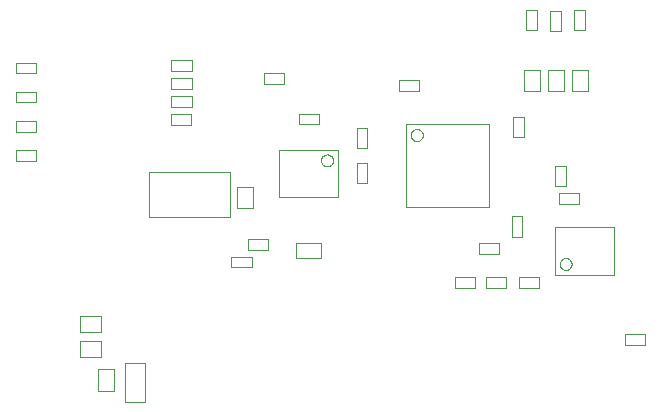
<source format=gbr>
%FSTAX23Y23*%
%MOIN*%
%SFA1B1*%

%IPPOS*%
%ADD72C,0.003937*%
%LNpcb1_mechanical_13-1*%
%LPD*%
G54D72*
X01965Y00588D02*
D01*
X01965Y0059*
X01965Y00591*
X01964Y00593*
X01964Y00594*
X01964Y00595*
X01963Y00596*
X01963Y00598*
X01962Y00599*
X01961Y006*
X0196Y00601*
X01959Y00602*
X01958Y00603*
X01957Y00604*
X01956Y00605*
X01955Y00606*
X01954Y00606*
X01953Y00607*
X01951Y00607*
X0195Y00608*
X01949Y00608*
X01947Y00608*
X01946Y00608*
X01945*
X01943Y00608*
X01942Y00608*
X0194Y00608*
X01939Y00607*
X01938Y00607*
X01937Y00606*
X01935Y00606*
X01934Y00605*
X01933Y00604*
X01932Y00603*
X01931Y00602*
X0193Y00601*
X01929Y006*
X01929Y00599*
X01928Y00598*
X01927Y00596*
X01927Y00595*
X01926Y00594*
X01926Y00593*
X01926Y00591*
X01926Y0059*
X01926Y00588*
X01926Y00587*
X01926Y00586*
X01926Y00584*
X01926Y00583*
X01927Y00582*
X01927Y0058*
X01928Y00579*
X01929Y00578*
X01929Y00577*
X0193Y00576*
X01931Y00575*
X01932Y00574*
X01933Y00573*
X01934Y00572*
X01935Y00571*
X01937Y00571*
X01938Y0057*
X01939Y0057*
X0194Y00569*
X01942Y00569*
X01943Y00569*
X01945Y00569*
X01946*
X01947Y00569*
X01949Y00569*
X0195Y00569*
X01951Y0057*
X01953Y0057*
X01954Y00571*
X01955Y00571*
X01956Y00572*
X01957Y00573*
X01958Y00574*
X01959Y00575*
X0196Y00576*
X01961Y00577*
X01962Y00578*
X01963Y00579*
X01963Y0058*
X01964Y00582*
X01964Y00583*
X01964Y00584*
X01965Y00586*
X01965Y00587*
X01965Y00588*
X01169Y00934D02*
D01*
X01169Y00935*
X01169Y00937*
X01169Y00938*
X01168Y0094*
X01168Y00941*
X01168Y00942*
X01167Y00943*
X01166Y00945*
X01165Y00946*
X01165Y00947*
X01164Y00948*
X01163Y00949*
X01162Y0095*
X01161Y0095*
X01159Y00951*
X01158Y00952*
X01157Y00952*
X01156Y00953*
X01154Y00953*
X01153Y00953*
X01152Y00954*
X0115Y00954*
X01149*
X01148Y00954*
X01146Y00953*
X01145Y00953*
X01143Y00953*
X01142Y00952*
X01141Y00952*
X0114Y00951*
X01139Y0095*
X01137Y0095*
X01136Y00949*
X01135Y00948*
X01134Y00947*
X01134Y00946*
X01133Y00945*
X01132Y00943*
X01132Y00942*
X01131Y00941*
X01131Y0094*
X0113Y00938*
X0113Y00937*
X0113Y00935*
X0113Y00934*
X0113Y00933*
X0113Y00931*
X0113Y0093*
X01131Y00929*
X01131Y00927*
X01132Y00926*
X01132Y00925*
X01133Y00924*
X01134Y00923*
X01134Y00921*
X01135Y0092*
X01136Y00919*
X01137Y00919*
X01139Y00918*
X0114Y00917*
X01141Y00916*
X01142Y00916*
X01143Y00915*
X01145Y00915*
X01146Y00915*
X01148Y00915*
X01149Y00914*
X0115*
X01152Y00915*
X01153Y00915*
X01154Y00915*
X01156Y00915*
X01157Y00916*
X01158Y00916*
X01159Y00917*
X01161Y00918*
X01162Y00919*
X01163Y00919*
X01164Y0092*
X01165Y00921*
X01165Y00923*
X01166Y00924*
X01167Y00925*
X01168Y00926*
X01168Y00927*
X01168Y00929*
X01169Y0093*
X01169Y00931*
X01169Y00933*
X01169Y00934*
X01469Y01018D02*
D01*
X01469Y0102*
X01468Y01021*
X01468Y01022*
X01468Y01024*
X01467Y01025*
X01467Y01026*
X01466Y01027*
X01466Y01029*
X01465Y0103*
X01464Y01031*
X01463Y01032*
X01462Y01033*
X01461Y01034*
X0146Y01034*
X01459Y01035*
X01457Y01036*
X01456Y01036*
X01455Y01037*
X01454Y01037*
X01452Y01038*
X01451Y01038*
X0145Y01038*
X01448*
X01447Y01038*
X01445Y01038*
X01444Y01037*
X01443Y01037*
X01441Y01036*
X0144Y01036*
X01439Y01035*
X01438Y01034*
X01437Y01034*
X01436Y01033*
X01435Y01032*
X01434Y01031*
X01433Y0103*
X01432Y01029*
X01431Y01027*
X01431Y01026*
X0143Y01025*
X0143Y01024*
X0143Y01022*
X01429Y01021*
X01429Y0102*
X01429Y01018*
X01429Y01017*
X01429Y01015*
X0143Y01014*
X0143Y01013*
X0143Y01011*
X01431Y0101*
X01431Y01009*
X01432Y01008*
X01433Y01007*
X01434Y01006*
X01435Y01004*
X01436Y01004*
X01437Y01003*
X01438Y01002*
X01439Y01001*
X0144Y01*
X01441Y01*
X01443Y00999*
X01444Y00999*
X01445Y00999*
X01447Y00999*
X01448Y00998*
X0145*
X01451Y00999*
X01452Y00999*
X01454Y00999*
X01455Y00999*
X01456Y01*
X01457Y01*
X01459Y01001*
X0146Y01002*
X01461Y01003*
X01462Y01004*
X01463Y01004*
X01464Y01006*
X01465Y01007*
X01466Y01008*
X01466Y01009*
X01467Y0101*
X01467Y01011*
X01468Y01013*
X01468Y01014*
X01468Y01015*
X01469Y01017*
X01469Y01018*
X02142Y00319D02*
Y00355D01*
X02209Y00319D02*
Y00355D01*
X02142D02*
X02209D01*
X02142Y00319D02*
X02209D01*
X0191Y00553D02*
X02107D01*
X0191Y00711D02*
X02107D01*
X0191Y00553D02*
Y00711D01*
X02107Y00553D02*
Y00711D01*
X00988Y0097D02*
X01185D01*
X00988Y00812D02*
X01185D01*
Y0097*
X00988Y00812D02*
Y0097D01*
X00557Y00746D02*
X00825D01*
X00557Y00896D02*
X00825D01*
X00557Y00746D02*
Y00896D01*
X00825Y00746D02*
Y00896D01*
X01413Y00778D02*
X01689D01*
X01413Y01054D02*
X01689D01*
Y00778D02*
Y01054D01*
X01413Y00778D02*
Y01054D01*
X01766Y0068D02*
X01801D01*
X01766Y00747D02*
X01801D01*
X01766Y0068D02*
Y00747D01*
X01801Y0068D02*
Y00747D01*
X01911Y00848D02*
X01946D01*
X01911Y00915D02*
X01946D01*
X01911Y00848D02*
Y00915D01*
X01946Y00848D02*
Y00915D01*
X00898Y00577D02*
Y00613D01*
X00831Y00577D02*
Y00613D01*
Y00577D02*
X00898Y00577D01*
X00831Y00613D02*
X00898D01*
X00953Y00635D02*
Y00671D01*
X00886D02*
Y00635D01*
X00953*
X00886Y00671D02*
X00953D01*
X01974Y01367D02*
X02009D01*
X01974Y01434D02*
X02009D01*
X01974Y01367D02*
Y01434D01*
X02009Y01367D02*
Y01434D01*
X01894Y01365D02*
X01929D01*
X01894Y01432D02*
X01929D01*
X01894Y01365D02*
Y01432D01*
X01929Y01365D02*
Y01432D01*
X00631Y01111D02*
Y01147D01*
X00698Y01111D02*
Y01147D01*
X00631D02*
X00698D01*
X00631Y01111D02*
X00698D01*
X00631Y01172D02*
Y01207D01*
X00698Y01172D02*
Y01207D01*
X00631D02*
X00698D01*
X00631Y01172D02*
X00698D01*
X00631Y01232D02*
Y01268D01*
X00698Y01232D02*
Y01268D01*
X00631D02*
X00698D01*
X00631Y01232D02*
X00698D01*
X01745Y00508D02*
Y00544D01*
X01678Y00508D02*
Y00544D01*
Y00508D02*
X01745D01*
X01678Y00544D02*
X01745D01*
X01814Y01367D02*
X01849D01*
X01814Y01434D02*
X01849D01*
X01814Y01367D02*
Y01434D01*
X01849Y01367D02*
Y01434D01*
X00938Y0119D02*
Y01226D01*
X01005Y0119D02*
Y01226D01*
X00938D02*
X01005D01*
X00938Y0119D02*
X01005D01*
X00697Y01051D02*
Y01087D01*
X0063Y01051D02*
Y01087D01*
Y01051D02*
X00697D01*
X0063Y01087D02*
X00697D01*
X01249Y00975D02*
X01284D01*
X01249Y01042D02*
X01284D01*
X01249Y00975D02*
Y01042D01*
X01284Y00975D02*
Y01042D01*
X01045Y00607D02*
X01128D01*
X01045Y00658D02*
X01128D01*
Y00607D02*
Y00658D01*
X01045Y00607D02*
Y00658D01*
X00475Y0013D02*
X00542D01*
X00475Y0026D02*
X00542D01*
X00475Y0013D02*
Y0026D01*
X00542Y0013D02*
Y0026D01*
X00325Y00279D02*
Y00332D01*
X00396Y00279D02*
Y00332D01*
X00325D02*
X00396D01*
X00325Y00279D02*
X00396D01*
X01965Y01165D02*
X02018D01*
X01965Y01236D02*
X02018D01*
X01965Y01165D02*
Y01236D01*
X02018Y01165D02*
Y01236D01*
X01885Y01165D02*
X01938D01*
X01885Y01236D02*
X01938D01*
X01885Y01165D02*
Y01236D01*
X01938Y01165D02*
Y01236D01*
X01805Y01165D02*
X01858D01*
X01805Y01236D02*
X01858D01*
X01805Y01165D02*
Y01236D01*
X01858Y01165D02*
Y01236D01*
X00385Y00166D02*
X00438D01*
X00385Y00237D02*
X00438D01*
X00385Y00166D02*
Y00237D01*
X00438Y00166D02*
Y00237D01*
X00325Y00361D02*
Y00414D01*
X00396Y00361D02*
Y00414D01*
X00325D02*
X00396D01*
X00325Y00361D02*
X00396D01*
X00114Y0103D02*
Y01066D01*
X00181Y0103D02*
Y01066D01*
X00114D02*
X00181D01*
X00114Y0103D02*
X00181D01*
X00114Y01127D02*
Y01163D01*
X00181Y01127D02*
Y01163D01*
X00114D02*
X00181D01*
X00114Y01127D02*
X00181D01*
X00114Y01224D02*
Y0126D01*
X00181Y01224D02*
Y0126D01*
X00114D02*
X00181D01*
X00114Y01224D02*
X00181D01*
X00114Y00933D02*
Y00969D01*
X00181Y00933D02*
Y00969D01*
X00114D02*
X00181D01*
X00114Y00933D02*
X00181D01*
X0085Y00775D02*
X00903D01*
X0085Y00846D02*
X00903D01*
X0085Y00775D02*
Y00846D01*
X00903Y00775D02*
Y00846D01*
X01657Y00623D02*
Y00659D01*
X01724Y00623D02*
Y00659D01*
X01657D02*
X01724D01*
X01657Y00623D02*
X01724D01*
X01455Y01166D02*
Y01202D01*
X01388Y01166D02*
Y01202D01*
Y01166D02*
X01455D01*
X01388Y01202D02*
X01455D01*
X0177Y01011D02*
X01805D01*
X0177Y01078D02*
X01805D01*
X0177Y01011D02*
Y01078D01*
X01805Y01011D02*
Y01078D01*
X01249Y00924D02*
X01284D01*
X01249Y00857D02*
X01284D01*
Y00924*
X01249Y00857D02*
Y00924D01*
X01922Y00788D02*
Y00824D01*
X01989Y00788D02*
Y00824D01*
X01922D02*
X01989D01*
X01922Y00788D02*
X01989D01*
X01642Y00508D02*
Y00544D01*
X01575Y00508D02*
Y00544D01*
Y00508D02*
X01642D01*
X01575Y00544D02*
X01642D01*
X01788D02*
Y00508D01*
X01855D02*
Y00544D01*
X01788D02*
X01855D01*
X01788Y00508D02*
X01855D01*
X01122Y01054D02*
Y0109D01*
X01055Y01054D02*
Y0109D01*
Y01054D02*
X01122D01*
X01055Y0109D02*
X01122D01*
M02*
</source>
